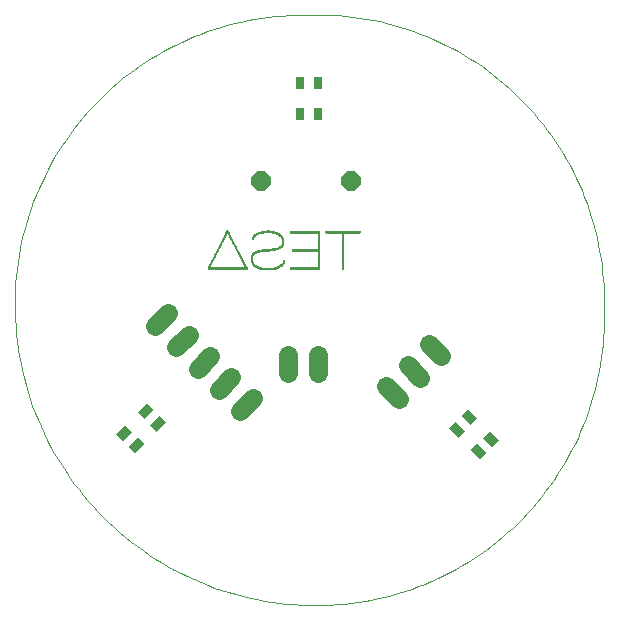
<source format=gbs>
G75*
%MOIN*%
%OFA0B0*%
%FSLAX24Y24*%
%IPPOS*%
%LPD*%
%AMOC8*
5,1,8,0,0,1.08239X$1,22.5*
%
%ADD10C,0.0000*%
%ADD11R,0.0290X0.0010*%
%ADD12R,0.0050X0.0010*%
%ADD13R,0.0900X0.0010*%
%ADD14R,0.0410X0.0010*%
%ADD15R,0.1310X0.0010*%
%ADD16R,0.0060X0.0010*%
%ADD17R,0.0950X0.0010*%
%ADD18R,0.0500X0.0010*%
%ADD19R,0.1330X0.0010*%
%ADD20R,0.0070X0.0010*%
%ADD21R,0.0970X0.0010*%
%ADD22R,0.0570X0.0010*%
%ADD23R,0.1350X0.0010*%
%ADD24R,0.0980X0.0010*%
%ADD25R,0.0630X0.0010*%
%ADD26R,0.0330X0.0010*%
%ADD27R,0.0040X0.0010*%
%ADD28R,0.0990X0.0010*%
%ADD29R,0.0250X0.0010*%
%ADD30R,0.0230X0.0010*%
%ADD31R,0.0210X0.0010*%
%ADD32R,0.0200X0.0010*%
%ADD33R,0.0190X0.0010*%
%ADD34R,0.0170X0.0010*%
%ADD35R,0.0080X0.0010*%
%ADD36R,0.0160X0.0010*%
%ADD37R,0.0150X0.0010*%
%ADD38R,0.0140X0.0010*%
%ADD39R,0.0130X0.0010*%
%ADD40R,0.0120X0.0010*%
%ADD41R,0.0110X0.0010*%
%ADD42R,0.0100X0.0010*%
%ADD43R,0.0090X0.0010*%
%ADD44R,0.0020X0.0010*%
%ADD45R,0.0180X0.0010*%
%ADD46R,0.0280X0.0010*%
%ADD47R,0.0940X0.0010*%
%ADD48R,0.0340X0.0010*%
%ADD49R,0.0440X0.0010*%
%ADD50R,0.0530X0.0010*%
%ADD51R,0.0540X0.0010*%
%ADD52R,0.0930X0.0010*%
%ADD53R,0.0450X0.0010*%
%ADD54R,0.0220X0.0010*%
%ADD55R,0.0010X0.0010*%
%ADD56R,0.1150X0.0010*%
%ADD57R,0.1170X0.0010*%
%ADD58R,0.0650X0.0010*%
%ADD59R,0.0610X0.0010*%
%ADD60R,0.1180X0.0010*%
%ADD61R,0.0550X0.0010*%
%ADD62R,0.0480X0.0010*%
%ADD63R,0.0400X0.0010*%
%ADD64C,0.0640*%
%ADD65OC8,0.0640*%
%ADD66R,0.0315X0.0433*%
D10*
X000100Y010131D02*
X000100Y010160D01*
X000103Y010392D01*
X000111Y010625D01*
X000125Y010857D01*
X000144Y011088D01*
X000169Y011319D01*
X000200Y011550D01*
X000236Y011779D01*
X000278Y012008D01*
X000325Y012235D01*
X000378Y012462D01*
X000436Y012687D01*
X000500Y012910D01*
X000569Y013132D01*
X000643Y013352D01*
X000723Y013571D01*
X000808Y013787D01*
X000898Y014001D01*
X000993Y014213D01*
X001093Y014423D01*
X001199Y014630D01*
X001309Y014834D01*
X001424Y015036D01*
X001544Y015235D01*
X001669Y015431D01*
X001799Y015624D01*
X001933Y015814D01*
X002072Y016000D01*
X002215Y016183D01*
X002363Y016363D01*
X002515Y016539D01*
X002671Y016711D01*
X002831Y016879D01*
X002995Y017044D01*
X003163Y017204D01*
X003335Y017360D01*
X003511Y017513D01*
X003690Y017660D01*
X003873Y017804D01*
X004059Y017943D01*
X004249Y018077D01*
X004442Y018207D01*
X004638Y018332D01*
X004836Y018453D01*
X005038Y018568D01*
X005242Y018679D01*
X005449Y018784D01*
X005659Y018885D01*
X005871Y018980D01*
X006085Y019071D01*
X006301Y019156D01*
X006519Y019236D01*
X006739Y019310D01*
X006961Y019380D01*
X007185Y019444D01*
X007410Y019502D01*
X007636Y019555D01*
X007863Y019603D01*
X008092Y019645D01*
X008322Y019681D01*
X008552Y019712D01*
X008783Y019738D01*
X009014Y019757D01*
X009246Y019771D01*
X009479Y019780D01*
X009711Y019783D01*
X010170Y019784D01*
X010404Y019782D01*
X010638Y019774D01*
X010871Y019760D01*
X011104Y019741D01*
X011337Y019715D01*
X011569Y019685D01*
X011800Y019648D01*
X012030Y019606D01*
X012259Y019558D01*
X012487Y019505D01*
X012713Y019446D01*
X012938Y019381D01*
X013161Y019311D01*
X013382Y019236D01*
X013602Y019155D01*
X013819Y019069D01*
X014035Y018978D01*
X014248Y018881D01*
X014458Y018779D01*
X014666Y018672D01*
X014872Y018560D01*
X015074Y018443D01*
X015274Y018321D01*
X015470Y018194D01*
X015663Y018062D01*
X015854Y017926D01*
X016040Y017785D01*
X016223Y017639D01*
X016403Y017489D01*
X016579Y017335D01*
X016751Y017177D01*
X016919Y017014D01*
X017083Y016847D01*
X017243Y016676D01*
X017398Y016502D01*
X017549Y016323D01*
X017696Y016141D01*
X017839Y015956D01*
X017977Y015767D01*
X018110Y015574D01*
X018238Y015379D01*
X018362Y015180D01*
X018480Y014978D01*
X018594Y014774D01*
X018702Y014567D01*
X018806Y014357D01*
X018904Y014145D01*
X018997Y013930D01*
X019085Y013713D01*
X019168Y013495D01*
X019245Y013274D01*
X019316Y013051D01*
X019383Y012827D01*
X019443Y012601D01*
X019498Y012373D01*
X019548Y012145D01*
X019592Y011915D01*
X019630Y011684D01*
X019663Y011453D01*
X019689Y011220D01*
X019711Y010987D01*
X019726Y010754D01*
X019736Y010520D01*
X019740Y010286D01*
X019741Y010286D02*
X019743Y009754D01*
X019741Y009521D01*
X019734Y009288D01*
X019721Y009056D01*
X019702Y008823D01*
X019678Y008592D01*
X019648Y008361D01*
X019613Y008131D01*
X019572Y007901D01*
X019525Y007673D01*
X019473Y007446D01*
X019416Y007221D01*
X019353Y006996D01*
X019285Y006774D01*
X019211Y006553D01*
X019132Y006334D01*
X019047Y006117D01*
X018958Y005902D01*
X018863Y005689D01*
X018763Y005479D01*
X018658Y005271D01*
X018548Y005066D01*
X018433Y004863D01*
X018313Y004664D01*
X018189Y004467D01*
X018059Y004273D01*
X017925Y004083D01*
X017787Y003896D01*
X017644Y003712D01*
X017496Y003532D01*
X017344Y003355D01*
X017188Y003182D01*
X017028Y003013D01*
X016864Y002848D01*
X016695Y002687D01*
X016523Y002530D01*
X016348Y002378D01*
X016168Y002229D01*
X015985Y002085D01*
X015799Y001946D01*
X015609Y001811D01*
X015416Y001681D01*
X015220Y001555D01*
X015021Y001434D01*
X014819Y001318D01*
X014614Y001207D01*
X014407Y001101D01*
X014197Y001000D01*
X013985Y000904D01*
X013770Y000814D01*
X013554Y000728D01*
X013335Y000648D01*
X013114Y000573D01*
X012892Y000504D01*
X012668Y000440D01*
X012443Y000381D01*
X012216Y000328D01*
X011988Y000280D01*
X011759Y000238D01*
X011529Y000201D01*
X011299Y000170D01*
X011067Y000145D01*
X010835Y000125D01*
X010603Y000111D01*
X010370Y000103D01*
X010137Y000100D01*
X009891Y000103D01*
X009645Y000112D01*
X009399Y000127D01*
X009154Y000148D01*
X008909Y000175D01*
X008665Y000209D01*
X008422Y000248D01*
X008180Y000293D01*
X007939Y000344D01*
X007699Y000401D01*
X007461Y000463D01*
X007225Y000532D01*
X006990Y000606D01*
X006757Y000686D01*
X006526Y000772D01*
X006297Y000863D01*
X006071Y000960D01*
X005847Y001063D01*
X005626Y001171D01*
X005407Y001284D01*
X005192Y001403D01*
X004979Y001527D01*
X004769Y001656D01*
X004563Y001790D01*
X004360Y001930D01*
X004160Y002074D01*
X003964Y002223D01*
X003772Y002377D01*
X003583Y002535D01*
X003399Y002698D01*
X003218Y002866D01*
X003042Y003038D01*
X002870Y003214D01*
X002702Y003394D01*
X002539Y003579D01*
X002380Y003767D01*
X002227Y003959D01*
X002077Y004155D01*
X001933Y004355D01*
X001794Y004558D01*
X001659Y004764D01*
X001530Y004973D01*
X001406Y005186D01*
X001287Y005402D01*
X001174Y005620D01*
X001066Y005842D01*
X000963Y006065D01*
X000866Y006292D01*
X000774Y006520D01*
X000688Y006751D01*
X000608Y006984D01*
X000534Y007219D01*
X000465Y007455D01*
X000402Y007693D01*
X000345Y007933D01*
X000294Y008174D01*
X000249Y008416D01*
X000209Y008659D01*
X000176Y008903D01*
X000149Y009148D01*
X000128Y009393D01*
X000112Y009639D01*
X000103Y009885D01*
X000100Y010131D01*
D11*
X008346Y011310D03*
X008346Y011310D03*
X008346Y011310D03*
X008346Y011310D03*
X008536Y011260D03*
X008536Y011260D03*
X008536Y011260D03*
X008536Y011260D03*
X008546Y012550D03*
X008546Y012550D03*
X008546Y012550D03*
X008546Y012550D03*
D12*
X008036Y012270D03*
X008036Y012270D03*
X008036Y012270D03*
X008036Y012270D03*
X009086Y011570D03*
X009086Y011570D03*
X009086Y011570D03*
X009086Y011570D03*
X011056Y011270D03*
X011056Y011270D03*
X011056Y011270D03*
X011056Y011270D03*
D13*
X009771Y011270D03*
X009771Y011270D03*
X009771Y011270D03*
X009771Y011270D03*
D14*
X008536Y011270D03*
X008536Y011270D03*
X008536Y011270D03*
X008536Y011270D03*
D15*
X007196Y011270D03*
X007196Y011270D03*
X007196Y011270D03*
X007196Y011270D03*
D16*
X008001Y011660D03*
X008001Y011660D03*
X008001Y011660D03*
X008001Y011660D03*
X008041Y012280D03*
X008041Y012280D03*
X008041Y012280D03*
X008041Y012280D03*
X008041Y012290D03*
X008041Y012290D03*
X008041Y012290D03*
X008041Y012290D03*
X007191Y012560D03*
X007191Y012560D03*
X007191Y012560D03*
X007191Y012560D03*
X009081Y011560D03*
X009081Y011560D03*
X009081Y011560D03*
X009081Y011560D03*
X010241Y012480D03*
X010241Y012480D03*
X010241Y012480D03*
X010241Y012480D03*
X011051Y011280D03*
X011051Y011280D03*
X011051Y011280D03*
X011051Y011280D03*
D17*
X009776Y011280D03*
X009776Y011280D03*
X009776Y011280D03*
X009776Y011280D03*
X009806Y011890D03*
X009806Y011890D03*
X009806Y011890D03*
X009806Y011890D03*
X009806Y011900D03*
X009806Y011900D03*
X009806Y011900D03*
X009806Y011900D03*
X009806Y011910D03*
X009806Y011910D03*
X009806Y011910D03*
X009806Y011910D03*
X009776Y012540D03*
X009776Y012540D03*
X009776Y012540D03*
X009776Y012540D03*
D18*
X008601Y011930D03*
X008601Y011930D03*
X008601Y011930D03*
X008601Y011930D03*
X008451Y011900D03*
X008451Y011900D03*
X008451Y011900D03*
X008451Y011900D03*
X008541Y011280D03*
X008541Y011280D03*
X008541Y011280D03*
X008541Y011280D03*
D19*
X007196Y011280D03*
X007196Y011280D03*
X007196Y011280D03*
X007196Y011280D03*
X007196Y011320D03*
X007196Y011320D03*
X007196Y011320D03*
X007196Y011320D03*
X007196Y011330D03*
X007196Y011330D03*
X007196Y011330D03*
X007196Y011330D03*
D20*
X006706Y011590D03*
X006706Y011590D03*
X006706Y011590D03*
X006706Y011590D03*
X006916Y012000D03*
X006916Y012000D03*
X006916Y012000D03*
X006916Y012000D03*
X007276Y012380D03*
X007276Y012380D03*
X007276Y012380D03*
X007276Y012380D03*
X007196Y012550D03*
X007196Y012550D03*
X007196Y012550D03*
X007196Y012550D03*
X008046Y012310D03*
X008046Y012310D03*
X008046Y012310D03*
X008046Y012310D03*
X008046Y012300D03*
X008046Y012300D03*
X008046Y012300D03*
X008046Y012300D03*
X008056Y012320D03*
X008056Y012320D03*
X008056Y012320D03*
X008056Y012320D03*
X008056Y012330D03*
X008056Y012330D03*
X008056Y012330D03*
X008056Y012330D03*
X008066Y012350D03*
X008066Y012350D03*
X008066Y012350D03*
X008066Y012350D03*
X008076Y012360D03*
X008076Y012360D03*
X008076Y012360D03*
X008076Y012360D03*
X008546Y012560D03*
X008546Y012560D03*
X008546Y012560D03*
X008546Y012560D03*
X009046Y012270D03*
X009046Y012270D03*
X009046Y012270D03*
X009046Y012270D03*
X009046Y012260D03*
X009046Y012260D03*
X009046Y012260D03*
X009046Y012260D03*
X009056Y012240D03*
X009056Y012240D03*
X009056Y012240D03*
X009056Y012240D03*
X009056Y012230D03*
X009056Y012230D03*
X009056Y012230D03*
X009056Y012230D03*
X009056Y012220D03*
X009056Y012220D03*
X009056Y012220D03*
X009056Y012220D03*
X009056Y012210D03*
X009056Y012210D03*
X009056Y012210D03*
X009056Y012210D03*
X009056Y012200D03*
X009056Y012200D03*
X009056Y012200D03*
X009056Y012200D03*
X009056Y012190D03*
X009056Y012190D03*
X009056Y012190D03*
X009056Y012190D03*
X009056Y012180D03*
X009056Y012180D03*
X009056Y012180D03*
X009056Y012180D03*
X009056Y012170D03*
X009056Y012170D03*
X009056Y012170D03*
X009056Y012170D03*
X009046Y012160D03*
X009046Y012160D03*
X009046Y012160D03*
X009046Y012160D03*
X009046Y012150D03*
X009046Y012150D03*
X009046Y012150D03*
X009046Y012150D03*
X009046Y012140D03*
X009046Y012140D03*
X009046Y012140D03*
X009046Y012140D03*
X009046Y012130D03*
X009046Y012130D03*
X009046Y012130D03*
X009046Y012130D03*
X009036Y012110D03*
X009036Y012110D03*
X009036Y012110D03*
X009036Y012110D03*
X009086Y011550D03*
X009086Y011550D03*
X009086Y011550D03*
X009086Y011550D03*
X009076Y011540D03*
X009076Y011540D03*
X009076Y011540D03*
X009076Y011540D03*
X009076Y011530D03*
X009076Y011530D03*
X009076Y011530D03*
X009076Y011530D03*
X009076Y011520D03*
X009076Y011520D03*
X009076Y011520D03*
X009076Y011520D03*
X009066Y011510D03*
X009066Y011510D03*
X009066Y011510D03*
X009066Y011510D03*
X008026Y011500D03*
X008026Y011500D03*
X008026Y011500D03*
X008026Y011500D03*
X008016Y011520D03*
X008016Y011520D03*
X008016Y011520D03*
X008016Y011520D03*
X008016Y011530D03*
X008016Y011530D03*
X008016Y011530D03*
X008016Y011530D03*
X008006Y011550D03*
X008006Y011550D03*
X008006Y011550D03*
X008006Y011550D03*
X008006Y011560D03*
X008006Y011560D03*
X008006Y011560D03*
X008006Y011560D03*
X008006Y011570D03*
X008006Y011570D03*
X008006Y011570D03*
X008006Y011570D03*
X007996Y011580D03*
X007996Y011580D03*
X007996Y011580D03*
X007996Y011580D03*
X007996Y011590D03*
X007996Y011590D03*
X007996Y011590D03*
X007996Y011590D03*
X007996Y011600D03*
X007996Y011600D03*
X007996Y011600D03*
X007996Y011600D03*
X007996Y011610D03*
X007996Y011610D03*
X007996Y011610D03*
X007996Y011610D03*
X007996Y011620D03*
X007996Y011620D03*
X007996Y011620D03*
X007996Y011620D03*
X007996Y011630D03*
X007996Y011630D03*
X007996Y011630D03*
X007996Y011630D03*
X007996Y011640D03*
X007996Y011640D03*
X007996Y011640D03*
X007996Y011640D03*
X007996Y011650D03*
X007996Y011650D03*
X007996Y011650D03*
X007996Y011650D03*
X008006Y011680D03*
X008006Y011680D03*
X008006Y011680D03*
X008006Y011680D03*
X008006Y011690D03*
X008006Y011690D03*
X008006Y011690D03*
X008006Y011690D03*
X008006Y011700D03*
X008006Y011700D03*
X008006Y011700D03*
X008006Y011700D03*
X008016Y011720D03*
X008016Y011720D03*
X008016Y011720D03*
X008016Y011720D03*
X010246Y011720D03*
X010246Y011720D03*
X010246Y011720D03*
X010246Y011720D03*
X010246Y011730D03*
X010246Y011730D03*
X010246Y011730D03*
X010246Y011730D03*
X010246Y011740D03*
X010246Y011740D03*
X010246Y011740D03*
X010246Y011740D03*
X010246Y011750D03*
X010246Y011750D03*
X010246Y011750D03*
X010246Y011750D03*
X010246Y011760D03*
X010246Y011760D03*
X010246Y011760D03*
X010246Y011760D03*
X010246Y011770D03*
X010246Y011770D03*
X010246Y011770D03*
X010246Y011770D03*
X010246Y011780D03*
X010246Y011780D03*
X010246Y011780D03*
X010246Y011780D03*
X010246Y011790D03*
X010246Y011790D03*
X010246Y011790D03*
X010246Y011790D03*
X010246Y011800D03*
X010246Y011800D03*
X010246Y011800D03*
X010246Y011800D03*
X010246Y011810D03*
X010246Y011810D03*
X010246Y011810D03*
X010246Y011810D03*
X010246Y011820D03*
X010246Y011820D03*
X010246Y011820D03*
X010246Y011820D03*
X010246Y011830D03*
X010246Y011830D03*
X010246Y011830D03*
X010246Y011830D03*
X010246Y011840D03*
X010246Y011840D03*
X010246Y011840D03*
X010246Y011840D03*
X010246Y011850D03*
X010246Y011850D03*
X010246Y011850D03*
X010246Y011850D03*
X010246Y011860D03*
X010246Y011860D03*
X010246Y011860D03*
X010246Y011860D03*
X010246Y011870D03*
X010246Y011870D03*
X010246Y011870D03*
X010246Y011870D03*
X010246Y011940D03*
X010246Y011940D03*
X010246Y011940D03*
X010246Y011940D03*
X010246Y011950D03*
X010246Y011950D03*
X010246Y011950D03*
X010246Y011950D03*
X010246Y011960D03*
X010246Y011960D03*
X010246Y011960D03*
X010246Y011960D03*
X010246Y011970D03*
X010246Y011970D03*
X010246Y011970D03*
X010246Y011970D03*
X010246Y011980D03*
X010246Y011980D03*
X010246Y011980D03*
X010246Y011980D03*
X010246Y011990D03*
X010246Y011990D03*
X010246Y011990D03*
X010246Y011990D03*
X010246Y012000D03*
X010246Y012000D03*
X010246Y012000D03*
X010246Y012000D03*
X010246Y012010D03*
X010246Y012010D03*
X010246Y012010D03*
X010246Y012010D03*
X010246Y012020D03*
X010246Y012020D03*
X010246Y012020D03*
X010246Y012020D03*
X010246Y012030D03*
X010246Y012030D03*
X010246Y012030D03*
X010246Y012030D03*
X010246Y012040D03*
X010246Y012040D03*
X010246Y012040D03*
X010246Y012040D03*
X010246Y012050D03*
X010246Y012050D03*
X010246Y012050D03*
X010246Y012050D03*
X010246Y012060D03*
X010246Y012060D03*
X010246Y012060D03*
X010246Y012060D03*
X010246Y012070D03*
X010246Y012070D03*
X010246Y012070D03*
X010246Y012070D03*
X010246Y012080D03*
X010246Y012080D03*
X010246Y012080D03*
X010246Y012080D03*
X010246Y012090D03*
X010246Y012090D03*
X010246Y012090D03*
X010246Y012090D03*
X010246Y012100D03*
X010246Y012100D03*
X010246Y012100D03*
X010246Y012100D03*
X010246Y012110D03*
X010246Y012110D03*
X010246Y012110D03*
X010246Y012110D03*
X010246Y012120D03*
X010246Y012120D03*
X010246Y012120D03*
X010246Y012120D03*
X010246Y012130D03*
X010246Y012130D03*
X010246Y012130D03*
X010246Y012130D03*
X010246Y012140D03*
X010246Y012140D03*
X010246Y012140D03*
X010246Y012140D03*
X010246Y012150D03*
X010246Y012150D03*
X010246Y012150D03*
X010246Y012150D03*
X010246Y012160D03*
X010246Y012160D03*
X010246Y012160D03*
X010246Y012160D03*
X010246Y012170D03*
X010246Y012170D03*
X010246Y012170D03*
X010246Y012170D03*
X010246Y012180D03*
X010246Y012180D03*
X010246Y012180D03*
X010246Y012180D03*
X010246Y012190D03*
X010246Y012190D03*
X010246Y012190D03*
X010246Y012190D03*
X010246Y012200D03*
X010246Y012200D03*
X010246Y012200D03*
X010246Y012200D03*
X010246Y012210D03*
X010246Y012210D03*
X010246Y012210D03*
X010246Y012210D03*
X010246Y012220D03*
X010246Y012220D03*
X010246Y012220D03*
X010246Y012220D03*
X010246Y012230D03*
X010246Y012230D03*
X010246Y012230D03*
X010246Y012230D03*
X010246Y012240D03*
X010246Y012240D03*
X010246Y012240D03*
X010246Y012240D03*
X010246Y012250D03*
X010246Y012250D03*
X010246Y012250D03*
X010246Y012250D03*
X010246Y012260D03*
X010246Y012260D03*
X010246Y012260D03*
X010246Y012260D03*
X010246Y012270D03*
X010246Y012270D03*
X010246Y012270D03*
X010246Y012270D03*
X010246Y012280D03*
X010246Y012280D03*
X010246Y012280D03*
X010246Y012280D03*
X010246Y012290D03*
X010246Y012290D03*
X010246Y012290D03*
X010246Y012290D03*
X010246Y012300D03*
X010246Y012300D03*
X010246Y012300D03*
X010246Y012300D03*
X010246Y012310D03*
X010246Y012310D03*
X010246Y012310D03*
X010246Y012310D03*
X010246Y012320D03*
X010246Y012320D03*
X010246Y012320D03*
X010246Y012320D03*
X010246Y012330D03*
X010246Y012330D03*
X010246Y012330D03*
X010246Y012330D03*
X010246Y012340D03*
X010246Y012340D03*
X010246Y012340D03*
X010246Y012340D03*
X010246Y012350D03*
X010246Y012350D03*
X010246Y012350D03*
X010246Y012350D03*
X010246Y012360D03*
X010246Y012360D03*
X010246Y012360D03*
X010246Y012360D03*
X010246Y012370D03*
X010246Y012370D03*
X010246Y012370D03*
X010246Y012370D03*
X010246Y012380D03*
X010246Y012380D03*
X010246Y012380D03*
X010246Y012380D03*
X010246Y012390D03*
X010246Y012390D03*
X010246Y012390D03*
X010246Y012390D03*
X010246Y012400D03*
X010246Y012400D03*
X010246Y012400D03*
X010246Y012400D03*
X010246Y012410D03*
X010246Y012410D03*
X010246Y012410D03*
X010246Y012410D03*
X010246Y012420D03*
X010246Y012420D03*
X010246Y012420D03*
X010246Y012420D03*
X010246Y012430D03*
X010246Y012430D03*
X010246Y012430D03*
X010246Y012430D03*
X010246Y012440D03*
X010246Y012440D03*
X010246Y012440D03*
X010246Y012440D03*
X010246Y012450D03*
X010246Y012450D03*
X010246Y012450D03*
X010246Y012450D03*
X010246Y012460D03*
X010246Y012460D03*
X010246Y012460D03*
X010246Y012460D03*
X010246Y012470D03*
X010246Y012470D03*
X010246Y012470D03*
X010246Y012470D03*
X010246Y011710D03*
X010246Y011710D03*
X010246Y011710D03*
X010246Y011710D03*
X010246Y011700D03*
X010246Y011700D03*
X010246Y011700D03*
X010246Y011700D03*
X010246Y011690D03*
X010246Y011690D03*
X010246Y011690D03*
X010246Y011690D03*
X010246Y011680D03*
X010246Y011680D03*
X010246Y011680D03*
X010246Y011680D03*
X010246Y011670D03*
X010246Y011670D03*
X010246Y011670D03*
X010246Y011670D03*
X010246Y011660D03*
X010246Y011660D03*
X010246Y011660D03*
X010246Y011660D03*
X010246Y011650D03*
X010246Y011650D03*
X010246Y011650D03*
X010246Y011650D03*
X010246Y011640D03*
X010246Y011640D03*
X010246Y011640D03*
X010246Y011640D03*
X010246Y011630D03*
X010246Y011630D03*
X010246Y011630D03*
X010246Y011630D03*
X010246Y011620D03*
X010246Y011620D03*
X010246Y011620D03*
X010246Y011620D03*
X010246Y011610D03*
X010246Y011610D03*
X010246Y011610D03*
X010246Y011610D03*
X010246Y011600D03*
X010246Y011600D03*
X010246Y011600D03*
X010246Y011600D03*
X010246Y011590D03*
X010246Y011590D03*
X010246Y011590D03*
X010246Y011590D03*
X010246Y011580D03*
X010246Y011580D03*
X010246Y011580D03*
X010246Y011580D03*
X010246Y011570D03*
X010246Y011570D03*
X010246Y011570D03*
X010246Y011570D03*
X010246Y011560D03*
X010246Y011560D03*
X010246Y011560D03*
X010246Y011560D03*
X010246Y011550D03*
X010246Y011550D03*
X010246Y011550D03*
X010246Y011550D03*
X010246Y011540D03*
X010246Y011540D03*
X010246Y011540D03*
X010246Y011540D03*
X010246Y011530D03*
X010246Y011530D03*
X010246Y011530D03*
X010246Y011530D03*
X010246Y011520D03*
X010246Y011520D03*
X010246Y011520D03*
X010246Y011520D03*
X010246Y011510D03*
X010246Y011510D03*
X010246Y011510D03*
X010246Y011510D03*
X010246Y011500D03*
X010246Y011500D03*
X010246Y011500D03*
X010246Y011500D03*
X010246Y011490D03*
X010246Y011490D03*
X010246Y011490D03*
X010246Y011490D03*
X010246Y011480D03*
X010246Y011480D03*
X010246Y011480D03*
X010246Y011480D03*
X010246Y011470D03*
X010246Y011470D03*
X010246Y011470D03*
X010246Y011470D03*
X010246Y011460D03*
X010246Y011460D03*
X010246Y011460D03*
X010246Y011460D03*
X010246Y011450D03*
X010246Y011450D03*
X010246Y011450D03*
X010246Y011450D03*
X010246Y011440D03*
X010246Y011440D03*
X010246Y011440D03*
X010246Y011440D03*
X010246Y011430D03*
X010246Y011430D03*
X010246Y011430D03*
X010246Y011430D03*
X010246Y011420D03*
X010246Y011420D03*
X010246Y011420D03*
X010246Y011420D03*
X010246Y011410D03*
X010246Y011410D03*
X010246Y011410D03*
X010246Y011410D03*
X010246Y011400D03*
X010246Y011400D03*
X010246Y011400D03*
X010246Y011400D03*
X010246Y011390D03*
X010246Y011390D03*
X010246Y011390D03*
X010246Y011390D03*
X010246Y011380D03*
X010246Y011380D03*
X010246Y011380D03*
X010246Y011380D03*
X010246Y011370D03*
X010246Y011370D03*
X010246Y011370D03*
X010246Y011370D03*
X010246Y011360D03*
X010246Y011360D03*
X010246Y011360D03*
X010246Y011360D03*
X010246Y011350D03*
X010246Y011350D03*
X010246Y011350D03*
X010246Y011350D03*
X010246Y011340D03*
X010246Y011340D03*
X010246Y011340D03*
X010246Y011340D03*
X011056Y011340D03*
X011056Y011340D03*
X011056Y011340D03*
X011056Y011340D03*
X011056Y011350D03*
X011056Y011350D03*
X011056Y011350D03*
X011056Y011350D03*
X011056Y011360D03*
X011056Y011360D03*
X011056Y011360D03*
X011056Y011360D03*
X011056Y011370D03*
X011056Y011370D03*
X011056Y011370D03*
X011056Y011370D03*
X011056Y011380D03*
X011056Y011380D03*
X011056Y011380D03*
X011056Y011380D03*
X011056Y011390D03*
X011056Y011390D03*
X011056Y011390D03*
X011056Y011390D03*
X011056Y011400D03*
X011056Y011400D03*
X011056Y011400D03*
X011056Y011400D03*
X011056Y011410D03*
X011056Y011410D03*
X011056Y011410D03*
X011056Y011410D03*
X011056Y011420D03*
X011056Y011420D03*
X011056Y011420D03*
X011056Y011420D03*
X011056Y011430D03*
X011056Y011430D03*
X011056Y011430D03*
X011056Y011430D03*
X011056Y011440D03*
X011056Y011440D03*
X011056Y011440D03*
X011056Y011440D03*
X011056Y011450D03*
X011056Y011450D03*
X011056Y011450D03*
X011056Y011450D03*
X011056Y011460D03*
X011056Y011460D03*
X011056Y011460D03*
X011056Y011460D03*
X011056Y011470D03*
X011056Y011470D03*
X011056Y011470D03*
X011056Y011470D03*
X011056Y011480D03*
X011056Y011480D03*
X011056Y011480D03*
X011056Y011480D03*
X011056Y011490D03*
X011056Y011490D03*
X011056Y011490D03*
X011056Y011490D03*
X011056Y011500D03*
X011056Y011500D03*
X011056Y011500D03*
X011056Y011500D03*
X011056Y011510D03*
X011056Y011510D03*
X011056Y011510D03*
X011056Y011510D03*
X011056Y011520D03*
X011056Y011520D03*
X011056Y011520D03*
X011056Y011520D03*
X011056Y011530D03*
X011056Y011530D03*
X011056Y011530D03*
X011056Y011530D03*
X011056Y011540D03*
X011056Y011540D03*
X011056Y011540D03*
X011056Y011540D03*
X011056Y011550D03*
X011056Y011550D03*
X011056Y011550D03*
X011056Y011550D03*
X011056Y011560D03*
X011056Y011560D03*
X011056Y011560D03*
X011056Y011560D03*
X011056Y011570D03*
X011056Y011570D03*
X011056Y011570D03*
X011056Y011570D03*
X011056Y011580D03*
X011056Y011580D03*
X011056Y011580D03*
X011056Y011580D03*
X011056Y011590D03*
X011056Y011590D03*
X011056Y011590D03*
X011056Y011590D03*
X011056Y011600D03*
X011056Y011600D03*
X011056Y011600D03*
X011056Y011600D03*
X011056Y011610D03*
X011056Y011610D03*
X011056Y011610D03*
X011056Y011610D03*
X011056Y011620D03*
X011056Y011620D03*
X011056Y011620D03*
X011056Y011620D03*
X011056Y011630D03*
X011056Y011630D03*
X011056Y011630D03*
X011056Y011630D03*
X011056Y011640D03*
X011056Y011640D03*
X011056Y011640D03*
X011056Y011640D03*
X011056Y011650D03*
X011056Y011650D03*
X011056Y011650D03*
X011056Y011650D03*
X011056Y011660D03*
X011056Y011660D03*
X011056Y011660D03*
X011056Y011660D03*
X011056Y011670D03*
X011056Y011670D03*
X011056Y011670D03*
X011056Y011670D03*
X011056Y011680D03*
X011056Y011680D03*
X011056Y011680D03*
X011056Y011680D03*
X011056Y011690D03*
X011056Y011690D03*
X011056Y011690D03*
X011056Y011690D03*
X011056Y011700D03*
X011056Y011700D03*
X011056Y011700D03*
X011056Y011700D03*
X011056Y011710D03*
X011056Y011710D03*
X011056Y011710D03*
X011056Y011710D03*
X011056Y011720D03*
X011056Y011720D03*
X011056Y011720D03*
X011056Y011720D03*
X011056Y011730D03*
X011056Y011730D03*
X011056Y011730D03*
X011056Y011730D03*
X011056Y011740D03*
X011056Y011740D03*
X011056Y011740D03*
X011056Y011740D03*
X011056Y011750D03*
X011056Y011750D03*
X011056Y011750D03*
X011056Y011750D03*
X011056Y011760D03*
X011056Y011760D03*
X011056Y011760D03*
X011056Y011760D03*
X011056Y011770D03*
X011056Y011770D03*
X011056Y011770D03*
X011056Y011770D03*
X011056Y011780D03*
X011056Y011780D03*
X011056Y011780D03*
X011056Y011780D03*
X011056Y011790D03*
X011056Y011790D03*
X011056Y011790D03*
X011056Y011790D03*
X011056Y011800D03*
X011056Y011800D03*
X011056Y011800D03*
X011056Y011800D03*
X011056Y011810D03*
X011056Y011810D03*
X011056Y011810D03*
X011056Y011810D03*
X011056Y011820D03*
X011056Y011820D03*
X011056Y011820D03*
X011056Y011820D03*
X011056Y011830D03*
X011056Y011830D03*
X011056Y011830D03*
X011056Y011830D03*
X011056Y011840D03*
X011056Y011840D03*
X011056Y011840D03*
X011056Y011840D03*
X011056Y011850D03*
X011056Y011850D03*
X011056Y011850D03*
X011056Y011850D03*
X011056Y011860D03*
X011056Y011860D03*
X011056Y011860D03*
X011056Y011860D03*
X011056Y011870D03*
X011056Y011870D03*
X011056Y011870D03*
X011056Y011870D03*
X011056Y011880D03*
X011056Y011880D03*
X011056Y011880D03*
X011056Y011880D03*
X011056Y011890D03*
X011056Y011890D03*
X011056Y011890D03*
X011056Y011890D03*
X011056Y011900D03*
X011056Y011900D03*
X011056Y011900D03*
X011056Y011900D03*
X011056Y011910D03*
X011056Y011910D03*
X011056Y011910D03*
X011056Y011910D03*
X011056Y011920D03*
X011056Y011920D03*
X011056Y011920D03*
X011056Y011920D03*
X011056Y011930D03*
X011056Y011930D03*
X011056Y011930D03*
X011056Y011930D03*
X011056Y011940D03*
X011056Y011940D03*
X011056Y011940D03*
X011056Y011940D03*
X011056Y011950D03*
X011056Y011950D03*
X011056Y011950D03*
X011056Y011950D03*
X011056Y011960D03*
X011056Y011960D03*
X011056Y011960D03*
X011056Y011960D03*
X011056Y011970D03*
X011056Y011970D03*
X011056Y011970D03*
X011056Y011970D03*
X011056Y011980D03*
X011056Y011980D03*
X011056Y011980D03*
X011056Y011980D03*
X011056Y011990D03*
X011056Y011990D03*
X011056Y011990D03*
X011056Y011990D03*
X011056Y012000D03*
X011056Y012000D03*
X011056Y012000D03*
X011056Y012000D03*
X011056Y012010D03*
X011056Y012010D03*
X011056Y012010D03*
X011056Y012010D03*
X011056Y012020D03*
X011056Y012020D03*
X011056Y012020D03*
X011056Y012020D03*
X011056Y012030D03*
X011056Y012030D03*
X011056Y012030D03*
X011056Y012030D03*
X011056Y012040D03*
X011056Y012040D03*
X011056Y012040D03*
X011056Y012040D03*
X011056Y012050D03*
X011056Y012050D03*
X011056Y012050D03*
X011056Y012050D03*
X011056Y012060D03*
X011056Y012060D03*
X011056Y012060D03*
X011056Y012060D03*
X011056Y012070D03*
X011056Y012070D03*
X011056Y012070D03*
X011056Y012070D03*
X011056Y012080D03*
X011056Y012080D03*
X011056Y012080D03*
X011056Y012080D03*
X011056Y012090D03*
X011056Y012090D03*
X011056Y012090D03*
X011056Y012090D03*
X011056Y012100D03*
X011056Y012100D03*
X011056Y012100D03*
X011056Y012100D03*
X011056Y012110D03*
X011056Y012110D03*
X011056Y012110D03*
X011056Y012110D03*
X011056Y012120D03*
X011056Y012120D03*
X011056Y012120D03*
X011056Y012120D03*
X011056Y012130D03*
X011056Y012130D03*
X011056Y012130D03*
X011056Y012130D03*
X011056Y012140D03*
X011056Y012140D03*
X011056Y012140D03*
X011056Y012140D03*
X011056Y012150D03*
X011056Y012150D03*
X011056Y012150D03*
X011056Y012150D03*
X011056Y012160D03*
X011056Y012160D03*
X011056Y012160D03*
X011056Y012160D03*
X011056Y012170D03*
X011056Y012170D03*
X011056Y012170D03*
X011056Y012170D03*
X011056Y012180D03*
X011056Y012180D03*
X011056Y012180D03*
X011056Y012180D03*
X011056Y012190D03*
X011056Y012190D03*
X011056Y012190D03*
X011056Y012190D03*
X011056Y012200D03*
X011056Y012200D03*
X011056Y012200D03*
X011056Y012200D03*
X011056Y012210D03*
X011056Y012210D03*
X011056Y012210D03*
X011056Y012210D03*
X011056Y012220D03*
X011056Y012220D03*
X011056Y012220D03*
X011056Y012220D03*
X011056Y012230D03*
X011056Y012230D03*
X011056Y012230D03*
X011056Y012230D03*
X011056Y012240D03*
X011056Y012240D03*
X011056Y012240D03*
X011056Y012240D03*
X011056Y012250D03*
X011056Y012250D03*
X011056Y012250D03*
X011056Y012250D03*
X011056Y012260D03*
X011056Y012260D03*
X011056Y012260D03*
X011056Y012260D03*
X011056Y012270D03*
X011056Y012270D03*
X011056Y012270D03*
X011056Y012270D03*
X011056Y012280D03*
X011056Y012280D03*
X011056Y012280D03*
X011056Y012280D03*
X011056Y012290D03*
X011056Y012290D03*
X011056Y012290D03*
X011056Y012290D03*
X011056Y012300D03*
X011056Y012300D03*
X011056Y012300D03*
X011056Y012300D03*
X011056Y012310D03*
X011056Y012310D03*
X011056Y012310D03*
X011056Y012310D03*
X011056Y012320D03*
X011056Y012320D03*
X011056Y012320D03*
X011056Y012320D03*
X011056Y012330D03*
X011056Y012330D03*
X011056Y012330D03*
X011056Y012330D03*
X011056Y012340D03*
X011056Y012340D03*
X011056Y012340D03*
X011056Y012340D03*
X011056Y012350D03*
X011056Y012350D03*
X011056Y012350D03*
X011056Y012350D03*
X011056Y012360D03*
X011056Y012360D03*
X011056Y012360D03*
X011056Y012360D03*
X011056Y012370D03*
X011056Y012370D03*
X011056Y012370D03*
X011056Y012370D03*
X011056Y012380D03*
X011056Y012380D03*
X011056Y012380D03*
X011056Y012380D03*
X011056Y012390D03*
X011056Y012390D03*
X011056Y012390D03*
X011056Y012390D03*
X011056Y012400D03*
X011056Y012400D03*
X011056Y012400D03*
X011056Y012400D03*
X011056Y012410D03*
X011056Y012410D03*
X011056Y012410D03*
X011056Y012410D03*
X011056Y012420D03*
X011056Y012420D03*
X011056Y012420D03*
X011056Y012420D03*
X011056Y012430D03*
X011056Y012430D03*
X011056Y012430D03*
X011056Y012430D03*
X011056Y012440D03*
X011056Y012440D03*
X011056Y012440D03*
X011056Y012440D03*
X011056Y012450D03*
X011056Y012450D03*
X011056Y012450D03*
X011056Y012450D03*
X011056Y012460D03*
X011056Y012460D03*
X011056Y012460D03*
X011056Y012460D03*
X011056Y012470D03*
X011056Y012470D03*
X011056Y012470D03*
X011056Y012470D03*
X011056Y012480D03*
X011056Y012480D03*
X011056Y012480D03*
X011056Y012480D03*
X011056Y011330D03*
X011056Y011330D03*
X011056Y011330D03*
X011056Y011330D03*
X011056Y011320D03*
X011056Y011320D03*
X011056Y011320D03*
X011056Y011320D03*
X011056Y011310D03*
X011056Y011310D03*
X011056Y011310D03*
X011056Y011310D03*
X011056Y011300D03*
X011056Y011300D03*
X011056Y011300D03*
X011056Y011300D03*
X011056Y011290D03*
X011056Y011290D03*
X011056Y011290D03*
X011056Y011290D03*
D21*
X009776Y011290D03*
X009776Y011290D03*
X009776Y011290D03*
X009776Y011290D03*
X009776Y012530D03*
X009776Y012530D03*
X009776Y012530D03*
X009776Y012530D03*
D22*
X008536Y011290D03*
X008536Y011290D03*
X008536Y011290D03*
X008536Y011290D03*
D23*
X007196Y011290D03*
X007196Y011290D03*
X007196Y011290D03*
X007196Y011290D03*
X007196Y011300D03*
X007196Y011300D03*
X007196Y011300D03*
X007196Y011300D03*
X007196Y011310D03*
X007196Y011310D03*
X007196Y011310D03*
X007196Y011310D03*
D24*
X009781Y011310D03*
X009781Y011310D03*
X009781Y011310D03*
X009781Y011310D03*
X009781Y011300D03*
X009781Y011300D03*
X009781Y011300D03*
X009781Y011300D03*
X009791Y011330D03*
X009791Y011330D03*
X009791Y011330D03*
X009791Y011330D03*
X009791Y012490D03*
X009791Y012490D03*
X009791Y012490D03*
X009791Y012490D03*
X009781Y012510D03*
X009781Y012510D03*
X009781Y012510D03*
X009781Y012510D03*
X009781Y012520D03*
X009781Y012520D03*
X009781Y012520D03*
X009781Y012520D03*
D25*
X008536Y011300D03*
X008536Y011300D03*
X008536Y011300D03*
X008536Y011300D03*
D26*
X008716Y011310D03*
X008716Y011310D03*
X008716Y011310D03*
X008716Y011310D03*
D27*
X008521Y011310D03*
X008521Y011310D03*
X008521Y011310D03*
X008521Y011310D03*
X007191Y012570D03*
X007191Y012570D03*
X007191Y012570D03*
X007191Y012570D03*
D28*
X009786Y012500D03*
X009786Y012500D03*
X009786Y012500D03*
X009786Y012500D03*
X009786Y011320D03*
X009786Y011320D03*
X009786Y011320D03*
X009786Y011320D03*
D29*
X008786Y011320D03*
X008786Y011320D03*
X008786Y011320D03*
X008786Y011320D03*
D30*
X008286Y011320D03*
X008286Y011320D03*
X008286Y011320D03*
X008286Y011320D03*
X008306Y012490D03*
X008306Y012490D03*
X008306Y012490D03*
X008306Y012490D03*
X008776Y012490D03*
X008776Y012490D03*
X008776Y012490D03*
X008776Y012490D03*
D31*
X008206Y011860D03*
X008206Y011860D03*
X008206Y011860D03*
X008206Y011860D03*
X008826Y011330D03*
X008826Y011330D03*
X008826Y011330D03*
X008826Y011330D03*
D32*
X008251Y011330D03*
X008251Y011330D03*
X008251Y011330D03*
X008251Y011330D03*
X008811Y012480D03*
X008811Y012480D03*
X008811Y012480D03*
X008811Y012480D03*
D33*
X008876Y011980D03*
X008876Y011980D03*
X008876Y011980D03*
X008876Y011980D03*
X008856Y011340D03*
X008856Y011340D03*
X008856Y011340D03*
X008856Y011340D03*
D34*
X008216Y011340D03*
X008216Y011340D03*
X008216Y011340D03*
X008216Y011340D03*
X008836Y012470D03*
X008836Y012470D03*
X008836Y012470D03*
X008836Y012470D03*
D35*
X009021Y012330D03*
X009021Y012330D03*
X009021Y012330D03*
X009021Y012330D03*
X009021Y012320D03*
X009021Y012320D03*
X009021Y012320D03*
X009021Y012320D03*
X009031Y012310D03*
X009031Y012310D03*
X009031Y012310D03*
X009031Y012310D03*
X009031Y012300D03*
X009031Y012300D03*
X009031Y012300D03*
X009031Y012300D03*
X009041Y012290D03*
X009041Y012290D03*
X009041Y012290D03*
X009041Y012290D03*
X009041Y012280D03*
X009041Y012280D03*
X009041Y012280D03*
X009041Y012280D03*
X009051Y012250D03*
X009051Y012250D03*
X009051Y012250D03*
X009051Y012250D03*
X009041Y012120D03*
X009041Y012120D03*
X009041Y012120D03*
X009041Y012120D03*
X009031Y012100D03*
X009031Y012100D03*
X009031Y012100D03*
X009031Y012100D03*
X009021Y012080D03*
X009021Y012080D03*
X009021Y012080D03*
X009021Y012080D03*
X009061Y011500D03*
X009061Y011500D03*
X009061Y011500D03*
X009061Y011500D03*
X009061Y011490D03*
X009061Y011490D03*
X009061Y011490D03*
X009061Y011490D03*
X009051Y011480D03*
X009051Y011480D03*
X009051Y011480D03*
X009051Y011480D03*
X009041Y011470D03*
X009041Y011470D03*
X009041Y011470D03*
X009041Y011470D03*
X008051Y011460D03*
X008051Y011460D03*
X008051Y011460D03*
X008051Y011460D03*
X008041Y011470D03*
X008041Y011470D03*
X008041Y011470D03*
X008041Y011470D03*
X008041Y011480D03*
X008041Y011480D03*
X008041Y011480D03*
X008041Y011480D03*
X008031Y011490D03*
X008031Y011490D03*
X008031Y011490D03*
X008031Y011490D03*
X008021Y011510D03*
X008021Y011510D03*
X008021Y011510D03*
X008021Y011510D03*
X008011Y011540D03*
X008011Y011540D03*
X008011Y011540D03*
X008011Y011540D03*
X008001Y011670D03*
X008001Y011670D03*
X008001Y011670D03*
X008001Y011670D03*
X008011Y011710D03*
X008011Y011710D03*
X008011Y011710D03*
X008011Y011710D03*
X008021Y011730D03*
X008021Y011730D03*
X008021Y011730D03*
X008021Y011730D03*
X008021Y011740D03*
X008021Y011740D03*
X008021Y011740D03*
X008021Y011740D03*
X008031Y011750D03*
X008031Y011750D03*
X008031Y011750D03*
X008031Y011750D03*
X007691Y011580D03*
X007691Y011580D03*
X007691Y011580D03*
X007691Y011580D03*
X007691Y011570D03*
X007691Y011570D03*
X007691Y011570D03*
X007691Y011570D03*
X007701Y011560D03*
X007701Y011560D03*
X007701Y011560D03*
X007701Y011560D03*
X007701Y011550D03*
X007701Y011550D03*
X007701Y011550D03*
X007701Y011550D03*
X007711Y011540D03*
X007711Y011540D03*
X007711Y011540D03*
X007711Y011540D03*
X007711Y011530D03*
X007711Y011530D03*
X007711Y011530D03*
X007711Y011530D03*
X007721Y011520D03*
X007721Y011520D03*
X007721Y011520D03*
X007721Y011520D03*
X007721Y011510D03*
X007721Y011510D03*
X007721Y011510D03*
X007721Y011510D03*
X007731Y011500D03*
X007731Y011500D03*
X007731Y011500D03*
X007731Y011500D03*
X007741Y011490D03*
X007741Y011490D03*
X007741Y011490D03*
X007741Y011490D03*
X007741Y011480D03*
X007741Y011480D03*
X007741Y011480D03*
X007741Y011480D03*
X007751Y011470D03*
X007751Y011470D03*
X007751Y011470D03*
X007751Y011470D03*
X007751Y011460D03*
X007751Y011460D03*
X007751Y011460D03*
X007751Y011460D03*
X007761Y011440D03*
X007761Y011440D03*
X007761Y011440D03*
X007761Y011440D03*
X007771Y011430D03*
X007771Y011430D03*
X007771Y011430D03*
X007771Y011430D03*
X007771Y011420D03*
X007771Y011420D03*
X007771Y011420D03*
X007771Y011420D03*
X007781Y011410D03*
X007781Y011410D03*
X007781Y011410D03*
X007781Y011410D03*
X007781Y011400D03*
X007781Y011400D03*
X007781Y011400D03*
X007781Y011400D03*
X007791Y011390D03*
X007791Y011390D03*
X007791Y011390D03*
X007791Y011390D03*
X007791Y011380D03*
X007791Y011380D03*
X007791Y011380D03*
X007791Y011380D03*
X007801Y011370D03*
X007801Y011370D03*
X007801Y011370D03*
X007801Y011370D03*
X007801Y011360D03*
X007801Y011360D03*
X007801Y011360D03*
X007801Y011360D03*
X007811Y011350D03*
X007811Y011350D03*
X007811Y011350D03*
X007811Y011350D03*
X007811Y011340D03*
X007811Y011340D03*
X007811Y011340D03*
X007811Y011340D03*
X007681Y011590D03*
X007681Y011590D03*
X007681Y011590D03*
X007681Y011590D03*
X007681Y011600D03*
X007681Y011600D03*
X007681Y011600D03*
X007681Y011600D03*
X007671Y011610D03*
X007671Y011610D03*
X007671Y011610D03*
X007671Y011610D03*
X007671Y011620D03*
X007671Y011620D03*
X007671Y011620D03*
X007671Y011620D03*
X007661Y011630D03*
X007661Y011630D03*
X007661Y011630D03*
X007661Y011630D03*
X007661Y011630D03*
X007661Y011630D03*
X007661Y011630D03*
X007661Y011630D03*
X007661Y011640D03*
X007661Y011640D03*
X007661Y011640D03*
X007661Y011640D03*
X007651Y011650D03*
X007651Y011650D03*
X007651Y011650D03*
X007651Y011650D03*
X007651Y011660D03*
X007651Y011660D03*
X007651Y011660D03*
X007651Y011660D03*
X007641Y011670D03*
X007641Y011670D03*
X007641Y011670D03*
X007641Y011670D03*
X007641Y011680D03*
X007641Y011680D03*
X007641Y011680D03*
X007641Y011680D03*
X007631Y011690D03*
X007631Y011690D03*
X007631Y011690D03*
X007631Y011690D03*
X007631Y011700D03*
X007631Y011700D03*
X007631Y011700D03*
X007631Y011700D03*
X007621Y011710D03*
X007621Y011710D03*
X007621Y011710D03*
X007621Y011710D03*
X007621Y011720D03*
X007621Y011720D03*
X007621Y011720D03*
X007621Y011720D03*
X007611Y011730D03*
X007611Y011730D03*
X007611Y011730D03*
X007611Y011730D03*
X007611Y011740D03*
X007611Y011740D03*
X007611Y011740D03*
X007611Y011740D03*
X007601Y011750D03*
X007601Y011750D03*
X007601Y011750D03*
X007601Y011750D03*
X007601Y011760D03*
X007601Y011760D03*
X007601Y011760D03*
X007601Y011760D03*
X007591Y011770D03*
X007591Y011770D03*
X007591Y011770D03*
X007591Y011770D03*
X007581Y011790D03*
X007581Y011790D03*
X007581Y011790D03*
X007581Y011790D03*
X007571Y011810D03*
X007571Y011810D03*
X007571Y011810D03*
X007571Y011810D03*
X007561Y011830D03*
X007561Y011830D03*
X007561Y011830D03*
X007561Y011830D03*
X007551Y011840D03*
X007551Y011840D03*
X007551Y011840D03*
X007551Y011840D03*
X007551Y011850D03*
X007551Y011850D03*
X007551Y011850D03*
X007551Y011850D03*
X007541Y011860D03*
X007541Y011860D03*
X007541Y011860D03*
X007541Y011860D03*
X007541Y011870D03*
X007541Y011870D03*
X007541Y011870D03*
X007541Y011870D03*
X007531Y011880D03*
X007531Y011880D03*
X007531Y011880D03*
X007531Y011880D03*
X007531Y011890D03*
X007531Y011890D03*
X007531Y011890D03*
X007531Y011890D03*
X007521Y011900D03*
X007521Y011900D03*
X007521Y011900D03*
X007521Y011900D03*
X007521Y011910D03*
X007521Y011910D03*
X007521Y011910D03*
X007521Y011910D03*
X007511Y011920D03*
X007511Y011920D03*
X007511Y011920D03*
X007511Y011920D03*
X007511Y011930D03*
X007511Y011930D03*
X007511Y011930D03*
X007511Y011930D03*
X007501Y011940D03*
X007501Y011940D03*
X007501Y011940D03*
X007501Y011940D03*
X007501Y011950D03*
X007501Y011950D03*
X007501Y011950D03*
X007501Y011950D03*
X007491Y011960D03*
X007491Y011960D03*
X007491Y011960D03*
X007491Y011960D03*
X007491Y011970D03*
X007491Y011970D03*
X007491Y011970D03*
X007491Y011970D03*
X007481Y011980D03*
X007481Y011980D03*
X007481Y011980D03*
X007481Y011980D03*
X007481Y011990D03*
X007481Y011990D03*
X007481Y011990D03*
X007481Y011990D03*
X007471Y012000D03*
X007471Y012000D03*
X007471Y012000D03*
X007471Y012000D03*
X007471Y012010D03*
X007471Y012010D03*
X007471Y012010D03*
X007471Y012010D03*
X007461Y012020D03*
X007461Y012020D03*
X007461Y012020D03*
X007461Y012020D03*
X007461Y012030D03*
X007461Y012030D03*
X007461Y012030D03*
X007461Y012030D03*
X007451Y012040D03*
X007451Y012040D03*
X007451Y012040D03*
X007451Y012040D03*
X007451Y012050D03*
X007451Y012050D03*
X007451Y012050D03*
X007451Y012050D03*
X007441Y012060D03*
X007441Y012060D03*
X007441Y012060D03*
X007441Y012060D03*
X007441Y012070D03*
X007441Y012070D03*
X007441Y012070D03*
X007441Y012070D03*
X007431Y012080D03*
X007431Y012080D03*
X007431Y012080D03*
X007431Y012080D03*
X007421Y012100D03*
X007421Y012100D03*
X007421Y012100D03*
X007421Y012100D03*
X007411Y012120D03*
X007411Y012120D03*
X007411Y012120D03*
X007411Y012120D03*
X007401Y012140D03*
X007401Y012140D03*
X007401Y012140D03*
X007401Y012140D03*
X007391Y012150D03*
X007391Y012150D03*
X007391Y012150D03*
X007391Y012150D03*
X007391Y012160D03*
X007391Y012160D03*
X007391Y012160D03*
X007391Y012160D03*
X007381Y012170D03*
X007381Y012170D03*
X007381Y012170D03*
X007381Y012170D03*
X007381Y012180D03*
X007381Y012180D03*
X007381Y012180D03*
X007381Y012180D03*
X007371Y012190D03*
X007371Y012190D03*
X007371Y012190D03*
X007371Y012190D03*
X007371Y012200D03*
X007371Y012200D03*
X007371Y012200D03*
X007371Y012200D03*
X007361Y012210D03*
X007361Y012210D03*
X007361Y012210D03*
X007361Y012210D03*
X007361Y012220D03*
X007361Y012220D03*
X007361Y012220D03*
X007361Y012220D03*
X007351Y012230D03*
X007351Y012230D03*
X007351Y012230D03*
X007351Y012230D03*
X007351Y012240D03*
X007351Y012240D03*
X007351Y012240D03*
X007351Y012240D03*
X007341Y012250D03*
X007341Y012250D03*
X007341Y012250D03*
X007341Y012250D03*
X007341Y012260D03*
X007341Y012260D03*
X007341Y012260D03*
X007341Y012260D03*
X007331Y012270D03*
X007331Y012270D03*
X007331Y012270D03*
X007331Y012270D03*
X007331Y012280D03*
X007331Y012280D03*
X007331Y012280D03*
X007331Y012280D03*
X007321Y012290D03*
X007321Y012290D03*
X007321Y012290D03*
X007321Y012290D03*
X007321Y012300D03*
X007321Y012300D03*
X007321Y012300D03*
X007321Y012300D03*
X007311Y012310D03*
X007311Y012310D03*
X007311Y012310D03*
X007311Y012310D03*
X007311Y012320D03*
X007311Y012320D03*
X007311Y012320D03*
X007311Y012320D03*
X007301Y012330D03*
X007301Y012330D03*
X007301Y012330D03*
X007301Y012330D03*
X007301Y012340D03*
X007301Y012340D03*
X007301Y012340D03*
X007301Y012340D03*
X007291Y012350D03*
X007291Y012350D03*
X007291Y012350D03*
X007291Y012350D03*
X007291Y012360D03*
X007291Y012360D03*
X007291Y012360D03*
X007291Y012360D03*
X007281Y012370D03*
X007281Y012370D03*
X007281Y012370D03*
X007281Y012370D03*
X007271Y012390D03*
X007271Y012390D03*
X007271Y012390D03*
X007271Y012390D03*
X007261Y012410D03*
X007261Y012410D03*
X007261Y012410D03*
X007261Y012410D03*
X007261Y012420D03*
X007261Y012420D03*
X007261Y012420D03*
X007261Y012420D03*
X007251Y012430D03*
X007251Y012430D03*
X007251Y012430D03*
X007251Y012430D03*
X007241Y012450D03*
X007241Y012450D03*
X007241Y012450D03*
X007241Y012450D03*
X007151Y012450D03*
X007151Y012450D03*
X007151Y012450D03*
X007151Y012450D03*
X007141Y012440D03*
X007141Y012440D03*
X007141Y012440D03*
X007141Y012440D03*
X007141Y012430D03*
X007141Y012430D03*
X007141Y012430D03*
X007141Y012430D03*
X007131Y012420D03*
X007131Y012420D03*
X007131Y012420D03*
X007131Y012420D03*
X007131Y012410D03*
X007131Y012410D03*
X007131Y012410D03*
X007131Y012410D03*
X007121Y012400D03*
X007121Y012400D03*
X007121Y012400D03*
X007121Y012400D03*
X007121Y012390D03*
X007121Y012390D03*
X007121Y012390D03*
X007121Y012390D03*
X007111Y012380D03*
X007111Y012380D03*
X007111Y012380D03*
X007111Y012380D03*
X007111Y012370D03*
X007111Y012370D03*
X007111Y012370D03*
X007111Y012370D03*
X007101Y012360D03*
X007101Y012360D03*
X007101Y012360D03*
X007101Y012360D03*
X007101Y012350D03*
X007101Y012350D03*
X007101Y012350D03*
X007101Y012350D03*
X007091Y012340D03*
X007091Y012340D03*
X007091Y012340D03*
X007091Y012340D03*
X007091Y012330D03*
X007091Y012330D03*
X007091Y012330D03*
X007091Y012330D03*
X007081Y012320D03*
X007081Y012320D03*
X007081Y012320D03*
X007081Y012320D03*
X007071Y012310D03*
X007071Y012310D03*
X007071Y012310D03*
X007071Y012310D03*
X007071Y012300D03*
X007071Y012300D03*
X007071Y012300D03*
X007071Y012300D03*
X007061Y012280D03*
X007061Y012280D03*
X007061Y012280D03*
X007061Y012280D03*
X007051Y012260D03*
X007051Y012260D03*
X007051Y012260D03*
X007051Y012260D03*
X007041Y012250D03*
X007041Y012250D03*
X007041Y012250D03*
X007041Y012250D03*
X007041Y012240D03*
X007041Y012240D03*
X007041Y012240D03*
X007041Y012240D03*
X007031Y012230D03*
X007031Y012230D03*
X007031Y012230D03*
X007031Y012230D03*
X007031Y012220D03*
X007031Y012220D03*
X007031Y012220D03*
X007031Y012220D03*
X007021Y012210D03*
X007021Y012210D03*
X007021Y012210D03*
X007021Y012210D03*
X007021Y012200D03*
X007021Y012200D03*
X007021Y012200D03*
X007021Y012200D03*
X007011Y012190D03*
X007011Y012190D03*
X007011Y012190D03*
X007011Y012190D03*
X007011Y012180D03*
X007011Y012180D03*
X007011Y012180D03*
X007011Y012180D03*
X007001Y012170D03*
X007001Y012170D03*
X007001Y012170D03*
X007001Y012170D03*
X007001Y012160D03*
X007001Y012160D03*
X007001Y012160D03*
X007001Y012160D03*
X006991Y012150D03*
X006991Y012150D03*
X006991Y012150D03*
X006991Y012150D03*
X006991Y012140D03*
X006991Y012140D03*
X006991Y012140D03*
X006991Y012140D03*
X006981Y012130D03*
X006981Y012130D03*
X006981Y012130D03*
X006981Y012130D03*
X006981Y012120D03*
X006981Y012120D03*
X006981Y012120D03*
X006981Y012120D03*
X006971Y012110D03*
X006971Y012110D03*
X006971Y012110D03*
X006971Y012110D03*
X006971Y012100D03*
X006971Y012100D03*
X006971Y012100D03*
X006971Y012100D03*
X006961Y012090D03*
X006961Y012090D03*
X006961Y012090D03*
X006961Y012090D03*
X006961Y012080D03*
X006961Y012080D03*
X006961Y012080D03*
X006961Y012080D03*
X006951Y012070D03*
X006951Y012070D03*
X006951Y012070D03*
X006951Y012070D03*
X006951Y012060D03*
X006951Y012060D03*
X006951Y012060D03*
X006951Y012060D03*
X006941Y012050D03*
X006941Y012050D03*
X006941Y012050D03*
X006941Y012050D03*
X006941Y012040D03*
X006941Y012040D03*
X006941Y012040D03*
X006941Y012040D03*
X006931Y012030D03*
X006931Y012030D03*
X006931Y012030D03*
X006931Y012030D03*
X006931Y012020D03*
X006931Y012020D03*
X006931Y012020D03*
X006931Y012020D03*
X006921Y012010D03*
X006921Y012010D03*
X006921Y012010D03*
X006921Y012010D03*
X006911Y011990D03*
X006911Y011990D03*
X006911Y011990D03*
X006911Y011990D03*
X006911Y011980D03*
X006911Y011980D03*
X006911Y011980D03*
X006911Y011980D03*
X006901Y011970D03*
X006901Y011970D03*
X006901Y011970D03*
X006901Y011970D03*
X006891Y011950D03*
X006891Y011950D03*
X006891Y011950D03*
X006891Y011950D03*
X006881Y011930D03*
X006881Y011930D03*
X006881Y011930D03*
X006881Y011930D03*
X006871Y011920D03*
X006871Y011920D03*
X006871Y011920D03*
X006871Y011920D03*
X006871Y011910D03*
X006871Y011910D03*
X006871Y011910D03*
X006871Y011910D03*
X006861Y011900D03*
X006861Y011900D03*
X006861Y011900D03*
X006861Y011900D03*
X006861Y011890D03*
X006861Y011890D03*
X006861Y011890D03*
X006861Y011890D03*
X006851Y011880D03*
X006851Y011880D03*
X006851Y011880D03*
X006851Y011880D03*
X006851Y011870D03*
X006851Y011870D03*
X006851Y011870D03*
X006851Y011870D03*
X006841Y011860D03*
X006841Y011860D03*
X006841Y011860D03*
X006841Y011860D03*
X006841Y011850D03*
X006841Y011850D03*
X006841Y011850D03*
X006841Y011850D03*
X006831Y011840D03*
X006831Y011840D03*
X006831Y011840D03*
X006831Y011840D03*
X006831Y011830D03*
X006831Y011830D03*
X006831Y011830D03*
X006831Y011830D03*
X006821Y011820D03*
X006821Y011820D03*
X006821Y011820D03*
X006821Y011820D03*
X006821Y011810D03*
X006821Y011810D03*
X006821Y011810D03*
X006821Y011810D03*
X006811Y011800D03*
X006811Y011800D03*
X006811Y011800D03*
X006811Y011800D03*
X006811Y011790D03*
X006811Y011790D03*
X006811Y011790D03*
X006811Y011790D03*
X006801Y011780D03*
X006801Y011780D03*
X006801Y011780D03*
X006801Y011780D03*
X006801Y011770D03*
X006801Y011770D03*
X006801Y011770D03*
X006801Y011770D03*
X006791Y011760D03*
X006791Y011760D03*
X006791Y011760D03*
X006791Y011760D03*
X006791Y011750D03*
X006791Y011750D03*
X006791Y011750D03*
X006791Y011750D03*
X006781Y011740D03*
X006781Y011740D03*
X006781Y011740D03*
X006781Y011740D03*
X006781Y011730D03*
X006781Y011730D03*
X006781Y011730D03*
X006781Y011730D03*
X006771Y011720D03*
X006771Y011720D03*
X006771Y011720D03*
X006771Y011720D03*
X006771Y011710D03*
X006771Y011710D03*
X006771Y011710D03*
X006771Y011710D03*
X006761Y011700D03*
X006761Y011700D03*
X006761Y011700D03*
X006761Y011700D03*
X006761Y011690D03*
X006761Y011690D03*
X006761Y011690D03*
X006761Y011690D03*
X006751Y011680D03*
X006751Y011680D03*
X006751Y011680D03*
X006751Y011680D03*
X006751Y011670D03*
X006751Y011670D03*
X006751Y011670D03*
X006751Y011670D03*
X006741Y011660D03*
X006741Y011660D03*
X006741Y011660D03*
X006741Y011660D03*
X006731Y011640D03*
X006731Y011640D03*
X006731Y011640D03*
X006731Y011640D03*
X006721Y011620D03*
X006721Y011620D03*
X006721Y011620D03*
X006721Y011620D03*
X006711Y011600D03*
X006711Y011600D03*
X006711Y011600D03*
X006711Y011600D03*
X006701Y011580D03*
X006701Y011580D03*
X006701Y011580D03*
X006701Y011580D03*
X006691Y011570D03*
X006691Y011570D03*
X006691Y011570D03*
X006691Y011570D03*
X006691Y011560D03*
X006691Y011560D03*
X006691Y011560D03*
X006691Y011560D03*
X006681Y011550D03*
X006681Y011550D03*
X006681Y011550D03*
X006681Y011550D03*
X006681Y011540D03*
X006681Y011540D03*
X006681Y011540D03*
X006681Y011540D03*
X006671Y011530D03*
X006671Y011530D03*
X006671Y011530D03*
X006671Y011530D03*
X006671Y011520D03*
X006671Y011520D03*
X006671Y011520D03*
X006671Y011520D03*
X006661Y011510D03*
X006661Y011510D03*
X006661Y011510D03*
X006661Y011510D03*
X006661Y011500D03*
X006661Y011500D03*
X006661Y011500D03*
X006661Y011500D03*
X006651Y011490D03*
X006651Y011490D03*
X006651Y011490D03*
X006651Y011490D03*
X006651Y011480D03*
X006651Y011480D03*
X006651Y011480D03*
X006651Y011480D03*
X006641Y011470D03*
X006641Y011470D03*
X006641Y011470D03*
X006641Y011470D03*
X006641Y011460D03*
X006641Y011460D03*
X006641Y011460D03*
X006641Y011460D03*
X006631Y011450D03*
X006631Y011450D03*
X006631Y011450D03*
X006631Y011450D03*
X006631Y011440D03*
X006631Y011440D03*
X006631Y011440D03*
X006631Y011440D03*
X006621Y011430D03*
X006621Y011430D03*
X006621Y011430D03*
X006621Y011430D03*
X006621Y011420D03*
X006621Y011420D03*
X006621Y011420D03*
X006621Y011420D03*
X006611Y011410D03*
X006611Y011410D03*
X006611Y011410D03*
X006611Y011410D03*
X006611Y011400D03*
X006611Y011400D03*
X006611Y011400D03*
X006611Y011400D03*
X006601Y011390D03*
X006601Y011390D03*
X006601Y011390D03*
X006601Y011390D03*
X006601Y011380D03*
X006601Y011380D03*
X006601Y011380D03*
X006601Y011380D03*
X006591Y011370D03*
X006591Y011370D03*
X006591Y011370D03*
X006591Y011370D03*
X006591Y011360D03*
X006591Y011360D03*
X006591Y011360D03*
X006591Y011360D03*
X006581Y011350D03*
X006581Y011350D03*
X006581Y011350D03*
X006581Y011350D03*
X006581Y011340D03*
X006581Y011340D03*
X006581Y011340D03*
X006581Y011340D03*
X007191Y012540D03*
X007191Y012540D03*
X007191Y012540D03*
X007191Y012540D03*
X008061Y012340D03*
X008061Y012340D03*
X008061Y012340D03*
X008061Y012340D03*
X008081Y012370D03*
X008081Y012370D03*
X008081Y012370D03*
X008081Y012370D03*
X008091Y012380D03*
X008091Y012380D03*
X008091Y012380D03*
X008091Y012380D03*
X008101Y012390D03*
X008101Y012390D03*
X008101Y012390D03*
X008101Y012390D03*
D36*
X008231Y012470D03*
X008231Y012470D03*
X008231Y012470D03*
X008231Y012470D03*
X008861Y012460D03*
X008861Y012460D03*
X008861Y012460D03*
X008861Y012460D03*
X008141Y011840D03*
X008141Y011840D03*
X008141Y011840D03*
X008141Y011840D03*
X008881Y011350D03*
X008881Y011350D03*
X008881Y011350D03*
X008881Y011350D03*
X007191Y012460D03*
X007191Y012460D03*
X007191Y012460D03*
X007191Y012460D03*
D37*
X007196Y012470D03*
X007196Y012470D03*
X007196Y012470D03*
X007196Y012470D03*
X008196Y011350D03*
X008196Y011350D03*
X008196Y011350D03*
X008196Y011350D03*
X008906Y011360D03*
X008906Y011360D03*
X008906Y011360D03*
X008906Y011360D03*
X008906Y011990D03*
X008906Y011990D03*
X008906Y011990D03*
X008906Y011990D03*
D38*
X008931Y012000D03*
X008931Y012000D03*
X008931Y012000D03*
X008931Y012000D03*
X008901Y012440D03*
X008901Y012440D03*
X008901Y012440D03*
X008901Y012440D03*
X008881Y012450D03*
X008881Y012450D03*
X008881Y012450D03*
X008881Y012450D03*
X008201Y012460D03*
X008201Y012460D03*
X008201Y012460D03*
X008201Y012460D03*
X008121Y011830D03*
X008121Y011830D03*
X008121Y011830D03*
X008121Y011830D03*
X008171Y011360D03*
X008171Y011360D03*
X008171Y011360D03*
X008171Y011360D03*
X008921Y011370D03*
X008921Y011370D03*
X008921Y011370D03*
X008921Y011370D03*
X007191Y012480D03*
X007191Y012480D03*
X007191Y012480D03*
X007191Y012480D03*
D39*
X007196Y012490D03*
X007196Y012490D03*
X007196Y012490D03*
X007196Y012490D03*
X008156Y011370D03*
X008156Y011370D03*
X008156Y011370D03*
X008156Y011370D03*
X008946Y011380D03*
X008946Y011380D03*
X008946Y011380D03*
X008946Y011380D03*
X008946Y012010D03*
X008946Y012010D03*
X008946Y012010D03*
X008946Y012010D03*
X008916Y012430D03*
X008916Y012430D03*
X008916Y012430D03*
X008916Y012430D03*
D40*
X008931Y012420D03*
X008931Y012420D03*
X008931Y012420D03*
X008931Y012420D03*
X008961Y012020D03*
X008961Y012020D03*
X008961Y012020D03*
X008961Y012020D03*
X008971Y011400D03*
X008971Y011400D03*
X008971Y011400D03*
X008971Y011400D03*
X008961Y011390D03*
X008961Y011390D03*
X008961Y011390D03*
X008961Y011390D03*
X008141Y011380D03*
X008141Y011380D03*
X008141Y011380D03*
X008141Y011380D03*
X008121Y011390D03*
X008121Y011390D03*
X008121Y011390D03*
X008121Y011390D03*
X008101Y011820D03*
X008101Y011820D03*
X008101Y011820D03*
X008101Y011820D03*
X008181Y012450D03*
X008181Y012450D03*
X008181Y012450D03*
X008181Y012450D03*
X007191Y012500D03*
X007191Y012500D03*
X007191Y012500D03*
X007191Y012500D03*
D41*
X007196Y012510D03*
X007196Y012510D03*
X007196Y012510D03*
X007196Y012510D03*
X008076Y011800D03*
X008076Y011800D03*
X008076Y011800D03*
X008076Y011800D03*
X008086Y011810D03*
X008086Y011810D03*
X008086Y011810D03*
X008086Y011810D03*
X008096Y011410D03*
X008096Y011410D03*
X008096Y011410D03*
X008096Y011410D03*
X008106Y011400D03*
X008106Y011400D03*
X008106Y011400D03*
X008106Y011400D03*
X008986Y011410D03*
X008986Y011410D03*
X008986Y011410D03*
X008986Y011410D03*
X008976Y012030D03*
X008976Y012030D03*
X008976Y012030D03*
X008976Y012030D03*
X008986Y012040D03*
X008986Y012040D03*
X008986Y012040D03*
X008986Y012040D03*
X008946Y012410D03*
X008946Y012410D03*
X008946Y012410D03*
X008946Y012410D03*
X008166Y012440D03*
X008166Y012440D03*
X008166Y012440D03*
X008166Y012440D03*
D42*
X008151Y012430D03*
X008151Y012430D03*
X008151Y012430D03*
X008151Y012430D03*
X008131Y012420D03*
X008131Y012420D03*
X008131Y012420D03*
X008131Y012420D03*
X008121Y012410D03*
X008121Y012410D03*
X008121Y012410D03*
X008121Y012410D03*
X008061Y011790D03*
X008061Y011790D03*
X008061Y011790D03*
X008061Y011790D03*
X007191Y012520D03*
X007191Y012520D03*
X007191Y012520D03*
X007191Y012520D03*
X008961Y012400D03*
X008961Y012400D03*
X008961Y012400D03*
X008961Y012400D03*
X008971Y012390D03*
X008971Y012390D03*
X008971Y012390D03*
X008971Y012390D03*
X008981Y012380D03*
X008981Y012380D03*
X008981Y012380D03*
X008981Y012380D03*
X008991Y012370D03*
X008991Y012370D03*
X008991Y012370D03*
X008991Y012370D03*
X009011Y011430D03*
X009011Y011430D03*
X009011Y011430D03*
X009011Y011430D03*
X009001Y011420D03*
X009001Y011420D03*
X009001Y011420D03*
X009001Y011420D03*
D43*
X009016Y011440D03*
X009016Y011440D03*
X009016Y011440D03*
X009016Y011440D03*
X009026Y011450D03*
X009026Y011450D03*
X009026Y011450D03*
X009026Y011450D03*
X009036Y011460D03*
X009036Y011460D03*
X009036Y011460D03*
X009036Y011460D03*
X008996Y012050D03*
X008996Y012050D03*
X008996Y012050D03*
X008996Y012050D03*
X009006Y012060D03*
X009006Y012060D03*
X009006Y012060D03*
X009006Y012060D03*
X009016Y012070D03*
X009016Y012070D03*
X009016Y012070D03*
X009016Y012070D03*
X009026Y012090D03*
X009026Y012090D03*
X009026Y012090D03*
X009026Y012090D03*
X009016Y012340D03*
X009016Y012340D03*
X009016Y012340D03*
X009016Y012340D03*
X009006Y012350D03*
X009006Y012350D03*
X009006Y012350D03*
X009006Y012350D03*
X008996Y012360D03*
X008996Y012360D03*
X008996Y012360D03*
X008996Y012360D03*
X008106Y012400D03*
X008106Y012400D03*
X008106Y012400D03*
X008106Y012400D03*
X008056Y011780D03*
X008056Y011780D03*
X008056Y011780D03*
X008056Y011780D03*
X008046Y011770D03*
X008046Y011770D03*
X008046Y011770D03*
X008046Y011770D03*
X008036Y011760D03*
X008036Y011760D03*
X008036Y011760D03*
X008036Y011760D03*
X008056Y011450D03*
X008056Y011450D03*
X008056Y011450D03*
X008056Y011450D03*
X008066Y011440D03*
X008066Y011440D03*
X008066Y011440D03*
X008066Y011440D03*
X008076Y011430D03*
X008076Y011430D03*
X008076Y011430D03*
X008076Y011430D03*
X008086Y011420D03*
X008086Y011420D03*
X008086Y011420D03*
X008086Y011420D03*
X007756Y011450D03*
X007756Y011450D03*
X007756Y011450D03*
X007756Y011450D03*
X007586Y011780D03*
X007586Y011780D03*
X007586Y011780D03*
X007586Y011780D03*
X007576Y011800D03*
X007576Y011800D03*
X007576Y011800D03*
X007576Y011800D03*
X007566Y011820D03*
X007566Y011820D03*
X007566Y011820D03*
X007566Y011820D03*
X007426Y012090D03*
X007426Y012090D03*
X007426Y012090D03*
X007426Y012090D03*
X007416Y012110D03*
X007416Y012110D03*
X007416Y012110D03*
X007416Y012110D03*
X007406Y012130D03*
X007406Y012130D03*
X007406Y012130D03*
X007406Y012130D03*
X007266Y012400D03*
X007266Y012400D03*
X007266Y012400D03*
X007266Y012400D03*
X007246Y012440D03*
X007246Y012440D03*
X007246Y012440D03*
X007246Y012440D03*
X007196Y012530D03*
X007196Y012530D03*
X007196Y012530D03*
X007196Y012530D03*
X007066Y012290D03*
X007066Y012290D03*
X007066Y012290D03*
X007066Y012290D03*
X007056Y012270D03*
X007056Y012270D03*
X007056Y012270D03*
X007056Y012270D03*
X006896Y011960D03*
X006896Y011960D03*
X006896Y011960D03*
X006896Y011960D03*
X006886Y011940D03*
X006886Y011940D03*
X006886Y011940D03*
X006886Y011940D03*
X006736Y011650D03*
X006736Y011650D03*
X006736Y011650D03*
X006736Y011650D03*
X006726Y011630D03*
X006726Y011630D03*
X006726Y011630D03*
X006726Y011630D03*
X006716Y011610D03*
X006716Y011610D03*
X006716Y011610D03*
X006716Y011610D03*
D44*
X009081Y011580D03*
X009081Y011580D03*
X009081Y011580D03*
X009081Y011580D03*
D45*
X008171Y011850D03*
X008171Y011850D03*
X008171Y011850D03*
X008171Y011850D03*
X008261Y012480D03*
X008261Y012480D03*
X008261Y012480D03*
X008261Y012480D03*
D46*
X008251Y011870D03*
X008251Y011870D03*
X008251Y011870D03*
X008251Y011870D03*
X008801Y011960D03*
X008801Y011960D03*
X008801Y011960D03*
X008801Y011960D03*
D47*
X009811Y011920D03*
X009811Y011920D03*
X009811Y011920D03*
X009811Y011920D03*
X009811Y011880D03*
X009811Y011880D03*
X009811Y011880D03*
X009811Y011880D03*
D48*
X008741Y011950D03*
X008741Y011950D03*
X008741Y011950D03*
X008741Y011950D03*
X008311Y011880D03*
X008311Y011880D03*
X008311Y011880D03*
X008311Y011880D03*
D49*
X008391Y011890D03*
X008391Y011890D03*
X008391Y011890D03*
X008391Y011890D03*
D50*
X008506Y011910D03*
X008506Y011910D03*
X008506Y011910D03*
X008506Y011910D03*
D51*
X008551Y011920D03*
X008551Y011920D03*
X008551Y011920D03*
X008551Y011920D03*
D52*
X009816Y011930D03*
X009816Y011930D03*
X009816Y011930D03*
X009816Y011930D03*
D53*
X008666Y011940D03*
X008666Y011940D03*
X008666Y011940D03*
X008666Y011940D03*
D54*
X008841Y011970D03*
X008841Y011970D03*
X008841Y011970D03*
X008841Y011970D03*
D55*
X008596Y012560D03*
X008596Y012560D03*
X008596Y012560D03*
X008596Y012560D03*
X008036Y012260D03*
X008036Y012260D03*
X008036Y012260D03*
X008036Y012260D03*
D56*
X011056Y012490D03*
X011056Y012490D03*
X011056Y012490D03*
X011056Y012490D03*
X011056Y012540D03*
X011056Y012540D03*
X011056Y012540D03*
X011056Y012540D03*
D57*
X011056Y012530D03*
X011056Y012530D03*
X011056Y012530D03*
X011056Y012530D03*
X011056Y012510D03*
X011056Y012510D03*
X011056Y012510D03*
X011056Y012510D03*
X011056Y012500D03*
X011056Y012500D03*
X011056Y012500D03*
X011056Y012500D03*
D58*
X008536Y012500D03*
X008536Y012500D03*
X008536Y012500D03*
X008536Y012500D03*
D59*
X008536Y012510D03*
X008536Y012510D03*
X008536Y012510D03*
X008536Y012510D03*
D60*
X011051Y012520D03*
X011051Y012520D03*
X011051Y012520D03*
X011051Y012520D03*
D61*
X008536Y012520D03*
X008536Y012520D03*
X008536Y012520D03*
X008536Y012520D03*
D62*
X008541Y012530D03*
X008541Y012530D03*
X008541Y012530D03*
X008541Y012530D03*
D63*
X008541Y012540D03*
X008541Y012540D03*
X008541Y012540D03*
X008541Y012540D03*
D64*
X005204Y009826D02*
X004780Y009402D01*
X005487Y008695D02*
X005911Y009119D01*
X006618Y008412D02*
X006194Y007988D01*
X006901Y007281D02*
X007325Y007705D01*
X008032Y006998D02*
X007608Y006574D01*
X009206Y007850D02*
X009206Y008450D01*
X010206Y008450D02*
X010206Y007850D01*
X012487Y007405D02*
X012911Y006981D01*
X013618Y007688D02*
X013194Y008112D01*
X013901Y008819D02*
X014325Y008395D01*
D65*
X011306Y014240D03*
X008316Y014230D03*
D66*
G36*
X004194Y005692D02*
X004416Y005470D01*
X004112Y005166D01*
X003890Y005388D01*
X004194Y005692D01*
G37*
G36*
X003776Y006110D02*
X003998Y005888D01*
X003694Y005584D01*
X003472Y005806D01*
X003776Y006110D01*
G37*
G36*
X004500Y006834D02*
X004722Y006612D01*
X004418Y006308D01*
X004196Y006530D01*
X004500Y006834D01*
G37*
G36*
X004918Y006416D02*
X005140Y006194D01*
X004836Y005890D01*
X004614Y006112D01*
X004918Y006416D01*
G37*
G36*
X014572Y005994D02*
X014794Y006216D01*
X015098Y005912D01*
X014876Y005690D01*
X014572Y005994D01*
G37*
G36*
X014990Y006412D02*
X015212Y006634D01*
X015516Y006330D01*
X015294Y006108D01*
X014990Y006412D01*
G37*
G36*
X015714Y005688D02*
X015936Y005910D01*
X016240Y005606D01*
X016018Y005384D01*
X015714Y005688D01*
G37*
G36*
X015296Y005270D02*
X015518Y005492D01*
X015822Y005188D01*
X015600Y004966D01*
X015296Y005270D01*
G37*
X010201Y016488D03*
X009611Y016488D03*
X009611Y017512D03*
X010201Y017512D03*
M02*

</source>
